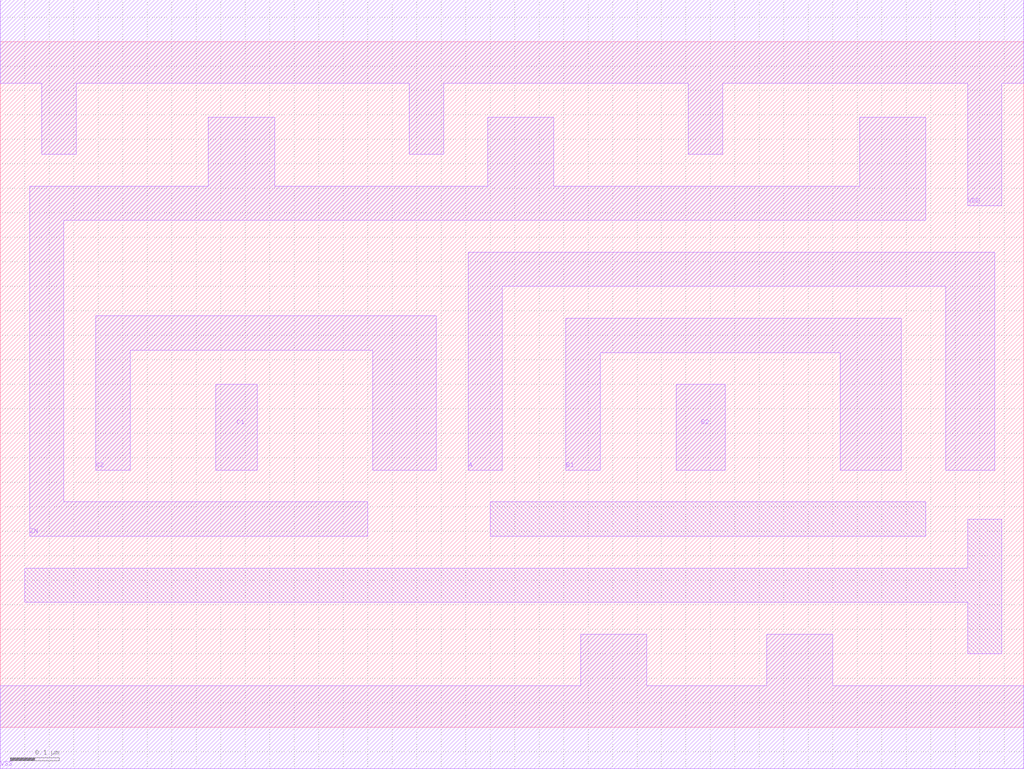
<source format=lef>
# 
# ******************************************************************************
# *                                                                            *
# *                   Copyright (C) 2004-2010, Nangate Inc.                    *
# *                           All rights reserved.                             *
# *                                                                            *
# * Nangate and the Nangate logo are trademarks of Nangate Inc.                *
# *                                                                            *
# * All trademarks, logos, software marks, and trade names (collectively the   *
# * "Marks") in this program are proprietary to Nangate or other respective    *
# * owners that have granted Nangate the right and license to use such Marks.  *
# * You are not permitted to use the Marks without the prior written consent   *
# * of Nangate or such third party that may own the Marks.                     *
# *                                                                            *
# * This file has been provided pursuant to a License Agreement containing     *
# * restrictions on its use. This file contains valuable trade secrets and     *
# * proprietary information of Nangate Inc., and is protected by U.S. and      *
# * international laws and/or treaties.                                        *
# *                                                                            *
# * The copyright notice(s) in this file does not indicate actual or intended  *
# * publication of this file.                                                  *
# *                                                                            *
# *     NGLibraryCreator, v2010.08-HR32-SP3-2010-08-05 - build 1009061800      *
# *                                                                            *
# ******************************************************************************
# 
# 
# Running on brazil06.nangate.com.br for user Giancarlo Franciscatto (gfr).
# Local time is now Fri, 3 Dec 2010, 19:32:18.
# Main process id is 27821.

VERSION 5.6 ;
BUSBITCHARS "[]" ;
DIVIDERCHAR "/" ;

MACRO OAI221_X2
  CLASS core ;
  FOREIGN OAI221_X2 0.0 0.0 ;
  ORIGIN 0 0 ;
  SYMMETRY X Y ;
  SITE FreePDK45_38x28_10R_NP_162NW_34O ;
  SIZE 2.09 BY 1.4 ;
  PIN A
    DIRECTION INPUT ;
    ANTENNAPARTIALMETALAREA 0.139 LAYER metal1 ;
    ANTENNAPARTIALMETALSIDEAREA 0.4927 LAYER metal1 ;
    ANTENNAGATEAREA 0.1045 ;
    PORT
      LAYER metal1 ;
        POLYGON 0.955 0.525 1.025 0.525 1.025 0.9 1.89 0.9 1.93 0.9 1.93 0.525 2.03 0.525 2.03 0.97 1.89 0.97 0.955 0.97  ;
    END
  END A
  PIN B1
    DIRECTION INPUT ;
    ANTENNAPARTIALMETALAREA 0.09475 LAYER metal1 ;
    ANTENNAPARTIALMETALSIDEAREA 0.3211 LAYER metal1 ;
    ANTENNAGATEAREA 0.1045 ;
    PORT
      LAYER metal1 ;
        POLYGON 1.155 0.525 1.225 0.525 1.225 0.765 1.715 0.765 1.715 0.525 1.84 0.525 1.84 0.835 1.155 0.835  ;
    END
  END B1
  PIN B2
    DIRECTION INPUT ;
    ANTENNAPARTIALMETALAREA 0.0175 LAYER metal1 ;
    ANTENNAPARTIALMETALSIDEAREA 0.0715 LAYER metal1 ;
    ANTENNAGATEAREA 0.1045 ;
    PORT
      LAYER metal1 ;
        POLYGON 1.38 0.525 1.48 0.525 1.48 0.7 1.38 0.7  ;
    END
  END B2
  PIN C1
    DIRECTION INPUT ;
    ANTENNAPARTIALMETALAREA 0.014875 LAYER metal1 ;
    ANTENNAPARTIALMETALSIDEAREA 0.0676 LAYER metal1 ;
    ANTENNAGATEAREA 0.1045 ;
    PORT
      LAYER metal1 ;
        POLYGON 0.44 0.525 0.525 0.525 0.525 0.7 0.44 0.7  ;
    END
  END C1
  PIN C2
    DIRECTION INPUT ;
    ANTENNAPARTIALMETALAREA 0.09765 LAYER metal1 ;
    ANTENNAPARTIALMETALSIDEAREA 0.3263 LAYER metal1 ;
    ANTENNAGATEAREA 0.1045 ;
    PORT
      LAYER metal1 ;
        POLYGON 0.195 0.525 0.265 0.525 0.265 0.77 0.76 0.77 0.76 0.525 0.89 0.525 0.89 0.84 0.195 0.84  ;
    END
  END C2
  PIN ZN
    DIRECTION OUTPUT ;
    ANTENNAPARTIALMETALAREA 0.27335 LAYER metal1 ;
    ANTENNAPARTIALMETALSIDEAREA 0.9321 LAYER metal1 ;
    ANTENNADIFFAREA 0.3808 ;
    PORT
      LAYER metal1 ;
        POLYGON 0.13 1.035 1.89 1.035 1.89 1.245 1.755 1.245 1.755 1.105 1.13 1.105 1.13 1.245 0.995 1.245 0.995 1.105 0.56 1.105 0.56 1.245 0.425 1.245 0.425 1.105 0.06 1.105 0.06 0.39 0.75 0.39 0.75 0.46 0.13 0.46  ;
    END
  END ZN
  PIN VDD
    DIRECTION INOUT ;
    USE power ;
    SHAPE ABUTMENT ;
    PORT
      LAYER metal1 ;
        POLYGON 0 1.315 0.085 1.315 0.085 1.17 0.155 1.17 0.155 1.315 0.835 1.315 0.835 1.17 0.905 1.17 0.905 1.315 1.405 1.315 1.405 1.17 1.475 1.17 1.475 1.315 1.89 1.315 1.975 1.315 1.975 1.065 2.045 1.065 2.045 1.315 2.09 1.315 2.09 1.485 2.045 1.485 1.89 1.485 0 1.485  ;
    END
  END VDD
  PIN VSS
    DIRECTION INOUT ;
    USE ground ;
    SHAPE ABUTMENT ;
    PORT
      LAYER metal1 ;
        POLYGON 0 -0.085 2.09 -0.085 2.09 0.085 1.7 0.085 1.7 0.19 1.565 0.19 1.565 0.085 1.32 0.085 1.32 0.19 1.185 0.19 1.185 0.085 0 0.085  ;
    END
  END VSS
  OBS
      LAYER metal1 ;
        POLYGON 1 0.39 1.89 0.39 1.89 0.46 1 0.46  ;
        POLYGON 0.05 0.255 1.975 0.255 1.975 0.15 2.045 0.15 2.045 0.425 1.975 0.425 1.975 0.325 0.05 0.325  ;
  END
END OAI221_X2

END LIBRARY
#
# End of file
#

</source>
